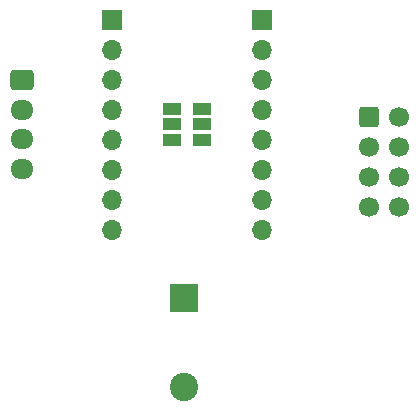
<source format=gbr>
%TF.GenerationSoftware,KiCad,Pcbnew,8.0.8*%
%TF.CreationDate,2025-02-17T18:22:25+00:00*%
%TF.ProjectId,tmc2208-adapter,746d6332-3230-4382-9d61-646170746572,rev?*%
%TF.SameCoordinates,Original*%
%TF.FileFunction,Soldermask,Top*%
%TF.FilePolarity,Negative*%
%FSLAX46Y46*%
G04 Gerber Fmt 4.6, Leading zero omitted, Abs format (unit mm)*
G04 Created by KiCad (PCBNEW 8.0.8) date 2025-02-17 18:22:25*
%MOMM*%
%LPD*%
G01*
G04 APERTURE LIST*
G04 Aperture macros list*
%AMRoundRect*
0 Rectangle with rounded corners*
0 $1 Rounding radius*
0 $2 $3 $4 $5 $6 $7 $8 $9 X,Y pos of 4 corners*
0 Add a 4 corners polygon primitive as box body*
4,1,4,$2,$3,$4,$5,$6,$7,$8,$9,$2,$3,0*
0 Add four circle primitives for the rounded corners*
1,1,$1+$1,$2,$3*
1,1,$1+$1,$4,$5*
1,1,$1+$1,$6,$7*
1,1,$1+$1,$8,$9*
0 Add four rect primitives between the rounded corners*
20,1,$1+$1,$2,$3,$4,$5,0*
20,1,$1+$1,$4,$5,$6,$7,0*
20,1,$1+$1,$6,$7,$8,$9,0*
20,1,$1+$1,$8,$9,$2,$3,0*%
G04 Aperture macros list end*
%ADD10R,1.500000X1.000000*%
%ADD11RoundRect,0.250000X-0.725000X0.600000X-0.725000X-0.600000X0.725000X-0.600000X0.725000X0.600000X0*%
%ADD12O,1.950000X1.700000*%
%ADD13C,1.700000*%
%ADD14RoundRect,0.250000X-0.600000X-0.600000X0.600000X-0.600000X0.600000X0.600000X-0.600000X0.600000X0*%
%ADD15R,1.700000X1.700000*%
%ADD16O,1.700000X1.700000*%
%ADD17R,2.400000X2.400000*%
%ADD18C,2.400000*%
G04 APERTURE END LIST*
D10*
%TO.C,JP2*%
X211960000Y-89400000D03*
X211960000Y-90700000D03*
X211960000Y-92000000D03*
%TD*%
%TO.C,JP1*%
X214500000Y-89400000D03*
X214500000Y-90700000D03*
X214500000Y-92000000D03*
%TD*%
D11*
%TO.C,J4*%
X199260000Y-86960000D03*
D12*
X199260000Y-89460000D03*
X199260000Y-91960000D03*
X199260000Y-94460000D03*
%TD*%
D13*
%TO.C,J3*%
X231230000Y-97668000D03*
X228690000Y-97668000D03*
X231230000Y-95128000D03*
X228690000Y-95128000D03*
X231230000Y-92588000D03*
X228690000Y-92588000D03*
X231230000Y-90048000D03*
D14*
X228690000Y-90048000D03*
%TD*%
D15*
%TO.C,J2*%
X219580000Y-81840000D03*
D16*
X219580000Y-84380000D03*
X219580000Y-86920000D03*
X219580000Y-89460000D03*
X219580000Y-92000000D03*
X219580000Y-94540000D03*
X219580000Y-97080000D03*
X219580000Y-99620000D03*
%TD*%
D15*
%TO.C,J1*%
X206880000Y-81840000D03*
D16*
X206880000Y-84380000D03*
X206880000Y-86920000D03*
X206880000Y-89460000D03*
X206880000Y-92000000D03*
X206880000Y-94540000D03*
X206880000Y-97080000D03*
X206880000Y-99620000D03*
%TD*%
D17*
%TO.C,C1*%
X213000000Y-105434785D03*
D18*
X213000000Y-112934785D03*
%TD*%
M02*

</source>
